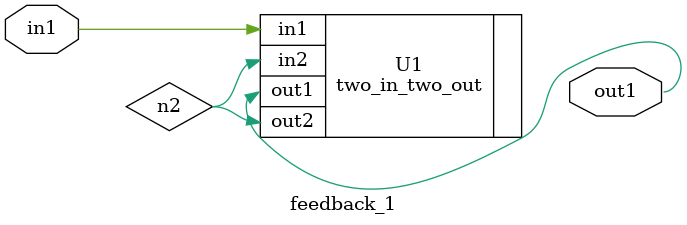
<source format=v>
module feedback_1
  (
    input in1,
    output out1
  );

  two_in_two_out U1 ( .in1(in1), .in2(n2), .out1(out1), .out2(n2) );

endmodule


</source>
